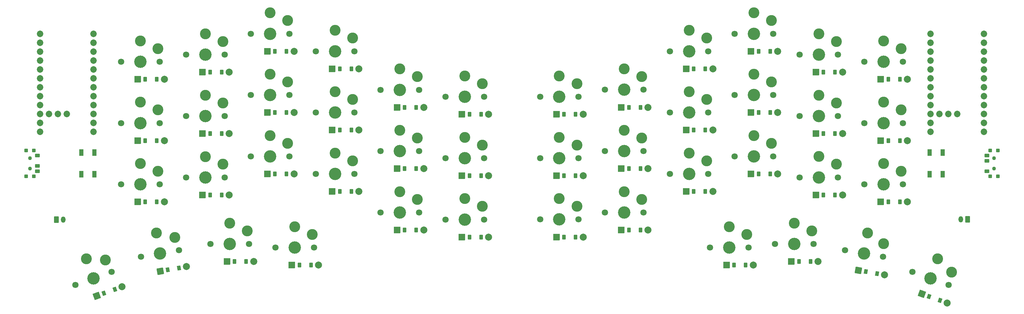
<source format=gbr>
%TF.GenerationSoftware,KiCad,Pcbnew,8.0.4*%
%TF.CreationDate,2024-08-22T13:40:17+01:00*%
%TF.ProjectId,TEST combine v2 left and right,54455354-2063-46f6-9d62-696e65207632,rev?*%
%TF.SameCoordinates,Original*%
%TF.FileFunction,Soldermask,Top*%
%TF.FilePolarity,Negative*%
%FSLAX46Y46*%
G04 Gerber Fmt 4.6, Leading zero omitted, Abs format (unit mm)*
G04 Created by KiCad (PCBNEW 8.0.4) date 2024-08-22 13:40:17*
%MOMM*%
%LPD*%
G01*
G04 APERTURE LIST*
G04 Aperture macros list*
%AMRoundRect*
0 Rectangle with rounded corners*
0 $1 Rounding radius*
0 $2 $3 $4 $5 $6 $7 $8 $9 X,Y pos of 4 corners*
0 Add a 4 corners polygon primitive as box body*
4,1,4,$2,$3,$4,$5,$6,$7,$8,$9,$2,$3,0*
0 Add four circle primitives for the rounded corners*
1,1,$1+$1,$2,$3*
1,1,$1+$1,$4,$5*
1,1,$1+$1,$6,$7*
1,1,$1+$1,$8,$9*
0 Add four rect primitives between the rounded corners*
20,1,$1+$1,$2,$3,$4,$5,0*
20,1,$1+$1,$4,$5,$6,$7,0*
20,1,$1+$1,$6,$7,$8,$9,0*
20,1,$1+$1,$8,$9,$2,$3,0*%
G04 Aperture macros list end*
%ADD10RoundRect,0.050000X-0.450000X0.450000X-0.450000X-0.450000X0.450000X-0.450000X0.450000X0.450000X0*%
%ADD11C,1.100000*%
%ADD12RoundRect,0.050000X-0.625000X0.450000X-0.625000X-0.450000X0.625000X-0.450000X0.625000X0.450000X0*%
%ADD13RoundRect,0.050000X-0.550000X0.900000X-0.550000X-0.900000X0.550000X-0.900000X0.550000X0.900000X0*%
%ADD14RoundRect,0.050000X-0.889000X-0.889000X0.889000X-0.889000X0.889000X0.889000X-0.889000X0.889000X0*%
%ADD15RoundRect,0.050000X-0.450000X-0.600000X0.450000X-0.600000X0.450000X0.600000X-0.450000X0.600000X0*%
%ADD16C,2.005000*%
%ADD17C,1.801800*%
%ADD18C,3.100000*%
%ADD19C,3.529000*%
%ADD20RoundRect,0.050000X-1.029867X-0.721121X0.721121X-1.029867X1.029867X0.721121X-0.721121X1.029867X0*%
%ADD21RoundRect,0.050000X-0.547352X-0.512743X0.338975X-0.669026X0.547352X0.512743X-0.338975X0.669026X0*%
%ADD22RoundRect,0.050000X-1.139443X-0.531331X0.531331X-1.139443X1.139443X0.531331X-0.531331X1.139443X0*%
%ADD23RoundRect,0.050000X-0.628074X-0.409907X0.217650X-0.717725X0.628074X0.409907X-0.217650X0.717725X0*%
%ADD24RoundRect,0.050000X0.600000X0.850000X-0.600000X0.850000X-0.600000X-0.850000X0.600000X-0.850000X0*%
%ADD25O,1.300000X1.800000*%
%ADD26C,1.852600*%
%ADD27RoundRect,0.050000X0.450000X-0.450000X0.450000X0.450000X-0.450000X0.450000X-0.450000X-0.450000X0*%
%ADD28RoundRect,0.050000X0.625000X-0.450000X0.625000X0.450000X-0.625000X0.450000X-0.625000X-0.450000X0*%
%ADD29RoundRect,0.050000X0.550000X-0.900000X0.550000X0.900000X-0.550000X0.900000X-0.550000X-0.900000X0*%
%ADD30RoundRect,0.050000X-0.721121X-1.029867X1.029867X-0.721121X0.721121X1.029867X-1.029867X0.721121X0*%
%ADD31RoundRect,0.050000X-0.338975X-0.669026X0.547352X-0.512743X0.338975X0.669026X-0.547352X0.512743X0*%
%ADD32RoundRect,0.050000X-0.531331X-1.139443X1.139443X-0.531331X0.531331X1.139443X-1.139443X0.531331X0*%
%ADD33RoundRect,0.050000X-0.217650X-0.717725X0.628074X-0.409907X0.217650X0.717725X-0.628074X0.409907X0*%
%ADD34RoundRect,0.050000X-0.600000X-0.850000X0.600000X-0.850000X0.600000X0.850000X-0.600000X0.850000X0*%
G04 APERTURE END LIST*
D10*
%TO.C,T1*%
X295500004Y-84999998D03*
X293300004Y-84999998D03*
D11*
X294400004Y-87199998D03*
X294400004Y-90199998D03*
D10*
X295500004Y-92399998D03*
X293300004Y-92399998D03*
D12*
X292325004Y-90949998D03*
X292325004Y-87949998D03*
X292325003Y-86449998D03*
%TD*%
D13*
%TO.C,B1*%
X279750001Y-85599998D03*
X279750001Y-91799998D03*
X276050001Y-85599998D03*
X276050001Y-91799998D03*
%TD*%
D14*
%TO.C,D18*%
X262090005Y-64700001D03*
D15*
X264250005Y-64699999D03*
X267550005Y-64700003D03*
D16*
X269710005Y-64700001D03*
%TD*%
D14*
%TO.C,D12*%
X225090001Y-56699999D03*
D15*
X227250001Y-56699997D03*
X230550001Y-56700001D03*
D16*
X232710001Y-56699999D03*
%TD*%
D17*
%TO.C,S12*%
X220400002Y-51699998D03*
D18*
X225900002Y-45749996D03*
D19*
X225900002Y-51699998D03*
D18*
X230900002Y-47949998D03*
D17*
X231400002Y-51699998D03*
%TD*%
D14*
%TO.C,D17*%
X262090005Y-82199999D03*
D15*
X264250005Y-82199997D03*
X267550005Y-82200001D03*
D16*
X269710005Y-82199999D03*
%TD*%
D17*
%TO.C,S7*%
X201900004Y-91700001D03*
D18*
X207400004Y-85749999D03*
D19*
X207400004Y-91700001D03*
D18*
X212400004Y-87950001D03*
D17*
X212900004Y-91700001D03*
%TD*%
D14*
%TO.C,D6*%
X188090002Y-72699999D03*
D15*
X190250002Y-72699997D03*
X193550002Y-72700001D03*
D16*
X195710002Y-72699999D03*
%TD*%
D14*
%TO.C,D13*%
X243590002Y-97699999D03*
D15*
X245750002Y-97699997D03*
X249050002Y-97700001D03*
D16*
X251210002Y-97699999D03*
%TD*%
D14*
%TO.C,D8*%
X206590002Y-79199998D03*
D15*
X208750002Y-79199996D03*
X212050002Y-79200000D03*
D16*
X214210002Y-79199998D03*
%TD*%
D17*
%TO.C,S14*%
X238900000Y-75200001D03*
D18*
X244400000Y-69249999D03*
D19*
X244400000Y-75200001D03*
D18*
X249400000Y-71450001D03*
D17*
X249900000Y-75200001D03*
%TD*%
%TO.C,S1*%
X164900006Y-104699999D03*
D18*
X170400006Y-98749997D03*
D19*
X170400006Y-104699999D03*
D18*
X175400006Y-100949999D03*
D17*
X175900006Y-104699999D03*
%TD*%
%TO.C,S15*%
X238900007Y-57700002D03*
D18*
X244400007Y-51750000D03*
D19*
X244400007Y-57700002D03*
D18*
X249400007Y-53950002D03*
D17*
X249900007Y-57700002D03*
%TD*%
%TO.C,S16*%
X257400003Y-94699998D03*
D18*
X262900003Y-88749996D03*
D19*
X262900003Y-94699998D03*
D18*
X267900003Y-90949998D03*
D17*
X268400003Y-94699998D03*
%TD*%
%TO.C,S10*%
X220400001Y-86699999D03*
D18*
X225900001Y-80749997D03*
D19*
X225900001Y-86699999D03*
D18*
X230900001Y-82949999D03*
D17*
X231400001Y-86699999D03*
%TD*%
D14*
%TO.C,D2*%
X169590001Y-92199998D03*
D15*
X171750001Y-92199996D03*
X175050001Y-92200000D03*
D16*
X177210001Y-92199998D03*
%TD*%
D14*
%TO.C,D7*%
X206590005Y-96700000D03*
D15*
X208750005Y-96699998D03*
X212050005Y-96700002D03*
D16*
X214210005Y-96700000D03*
%TD*%
D14*
%TO.C,D11*%
X225090007Y-74199999D03*
D15*
X227250007Y-74199997D03*
X230550007Y-74200001D03*
D16*
X232710007Y-74199999D03*
%TD*%
D20*
%TO.C,D21*%
X255660173Y-119182945D03*
D21*
X257787360Y-119558027D03*
X261037226Y-120131063D03*
D16*
X263164413Y-120506145D03*
%TD*%
D22*
%TO.C,D22*%
X273835814Y-125924482D03*
D23*
X275865550Y-126663247D03*
X278966536Y-127791911D03*
D16*
X280996272Y-128530676D03*
%TD*%
D17*
%TO.C,S3*%
X164900004Y-69700000D03*
D18*
X170400004Y-63749998D03*
D19*
X170400004Y-69700000D03*
D18*
X175400004Y-65950000D03*
D17*
X175900004Y-69700000D03*
%TD*%
D14*
%TO.C,D10*%
X225089999Y-91700002D03*
D15*
X227249999Y-91700000D03*
X230549999Y-91700004D03*
D16*
X232709999Y-91700002D03*
%TD*%
D17*
%TO.C,S19*%
X213400006Y-112699999D03*
D18*
X218900006Y-106749997D03*
D19*
X218900006Y-112699999D03*
D18*
X223900006Y-108949999D03*
D17*
X224400006Y-112699999D03*
%TD*%
%TO.C,S13*%
X238900004Y-92700000D03*
D18*
X244400004Y-86749998D03*
D19*
X244400004Y-92700000D03*
D18*
X249400004Y-88950000D03*
D17*
X249900004Y-92700000D03*
%TD*%
D14*
%TO.C,D3*%
X169590004Y-74699998D03*
D15*
X171750004Y-74699996D03*
X175050004Y-74700000D03*
D16*
X177210004Y-74699998D03*
%TD*%
D14*
%TO.C,D19*%
X218090006Y-117699999D03*
D15*
X220250006Y-117699997D03*
X223550006Y-117700001D03*
D16*
X225710006Y-117699999D03*
%TD*%
D14*
%TO.C,D9*%
X206590007Y-61699999D03*
D15*
X208750007Y-61699997D03*
X212050007Y-61700001D03*
D16*
X214210007Y-61699999D03*
%TD*%
D17*
%TO.C,S8*%
X201900003Y-74200001D03*
D18*
X207400003Y-68249999D03*
D19*
X207400003Y-74200001D03*
D18*
X212400003Y-70450001D03*
D17*
X212900003Y-74200001D03*
%TD*%
%TO.C,S2*%
X164900002Y-87199999D03*
D18*
X170400002Y-81249997D03*
D19*
X170400002Y-87199999D03*
D18*
X175400002Y-83449999D03*
D17*
X175900002Y-87199999D03*
%TD*%
%TO.C,S20*%
X231900005Y-111699999D03*
D18*
X237400005Y-105749997D03*
D19*
X237400005Y-111699999D03*
D18*
X242400005Y-107949999D03*
D17*
X242900005Y-111699999D03*
%TD*%
D24*
%TO.C,JST1*%
X286900005Y-104699999D03*
D25*
X284900005Y-104699999D03*
%TD*%
D14*
%TO.C,D1*%
X169590004Y-109699999D03*
D15*
X171750004Y-109699997D03*
X175050004Y-109700001D03*
D16*
X177210004Y-109699999D03*
%TD*%
D17*
%TO.C,S6*%
X183400005Y-67700001D03*
D18*
X188900005Y-61749999D03*
D19*
X188900005Y-67700001D03*
D18*
X193900005Y-63950001D03*
D17*
X194400005Y-67700001D03*
%TD*%
D14*
%TO.C,D14*%
X243590007Y-80199997D03*
D15*
X245750007Y-80199995D03*
X249050007Y-80199999D03*
D16*
X251210007Y-80199997D03*
%TD*%
D17*
%TO.C,S22*%
X271138755Y-119621945D03*
D18*
X278342084Y-115911885D03*
D19*
X276307064Y-121503056D03*
D18*
X282288103Y-119689309D03*
D17*
X281475373Y-123384167D03*
%TD*%
%TO.C,S17*%
X257400005Y-77199999D03*
D18*
X262900005Y-71249997D03*
D19*
X262900005Y-77199999D03*
D18*
X267900005Y-73449999D03*
D17*
X268400005Y-77199999D03*
%TD*%
%TO.C,S9*%
X201900000Y-56700000D03*
D18*
X207400000Y-50749998D03*
D19*
X207400000Y-56700000D03*
D18*
X212400000Y-52950000D03*
D17*
X212900000Y-56700000D03*
%TD*%
D14*
%TO.C,D16*%
X262090006Y-99700001D03*
D15*
X264250006Y-99699999D03*
X267550006Y-99700003D03*
D16*
X269710006Y-99700001D03*
%TD*%
D14*
%TO.C,D15*%
X243590004Y-62699997D03*
D15*
X245750004Y-62699995D03*
X249050004Y-62699999D03*
D16*
X251210004Y-62699997D03*
%TD*%
D17*
%TO.C,S21*%
X251909665Y-113444500D03*
D18*
X258359315Y-108539959D03*
D19*
X257326108Y-114399565D03*
D18*
X262901331Y-111574778D03*
D17*
X262742551Y-115354630D03*
%TD*%
%TO.C,S11*%
X220400006Y-69199997D03*
D18*
X225900006Y-63249995D03*
D19*
X225900006Y-69199997D03*
D18*
X230900006Y-65449997D03*
D17*
X231400006Y-69199997D03*
%TD*%
%TO.C,S18*%
X257400003Y-59700000D03*
D18*
X262900003Y-53749998D03*
D19*
X262900003Y-59700000D03*
D18*
X267900003Y-55950000D03*
D17*
X268400003Y-59700000D03*
%TD*%
D26*
%TO.C,MCU1*%
X291520000Y-51730004D03*
X291520000Y-54270001D03*
X291520000Y-56810001D03*
X291520000Y-59350001D03*
X291520000Y-61890001D03*
X291520000Y-64430001D03*
X291520000Y-66970001D03*
X291520000Y-69510001D03*
X291519996Y-72050001D03*
X291520000Y-74590001D03*
X291520000Y-77130001D03*
X291520000Y-79670001D03*
X276280000Y-79669998D03*
X276280000Y-77130001D03*
X276280000Y-74590001D03*
X276280000Y-72050001D03*
X276280000Y-69510001D03*
X276280000Y-66970001D03*
X276280000Y-64430001D03*
X276280000Y-61890001D03*
X276280004Y-59350001D03*
X276280000Y-56810001D03*
X276280000Y-54270001D03*
X276280000Y-51730001D03*
X278820002Y-74590000D03*
X281360000Y-74590001D03*
X283900000Y-74590001D03*
%TD*%
D14*
%TO.C,D4*%
X188089998Y-107700000D03*
D15*
X190249998Y-107699998D03*
X193549998Y-107700002D03*
D16*
X195709998Y-107700000D03*
%TD*%
D14*
%TO.C,D20*%
X236590004Y-116700001D03*
D15*
X238750004Y-116699999D03*
X242050004Y-116700003D03*
D16*
X244210004Y-116700001D03*
%TD*%
D17*
%TO.C,S4*%
X183400005Y-102700002D03*
D18*
X188900005Y-96750000D03*
D19*
X188900005Y-102700002D03*
D18*
X193900005Y-98950002D03*
D17*
X194400005Y-102700002D03*
%TD*%
D14*
%TO.C,D5*%
X188090008Y-90200002D03*
D15*
X190250008Y-90200000D03*
X193550008Y-90200004D03*
D16*
X195710008Y-90200002D03*
%TD*%
D17*
%TO.C,S5*%
X183400004Y-85200000D03*
D18*
X188900004Y-79249998D03*
D19*
X188900004Y-85200000D03*
D18*
X193900004Y-81450000D03*
D17*
X194400004Y-85200000D03*
%TD*%
D27*
%TO.C,T1*%
X18301796Y-92401793D03*
X20501796Y-92401793D03*
D11*
X19401796Y-90201793D03*
X19401796Y-87201793D03*
D27*
X18301796Y-85001793D03*
X20501796Y-85001793D03*
D28*
X21476797Y-86451793D03*
X21476796Y-89451793D03*
X21476796Y-90951793D03*
%TD*%
D29*
%TO.C,B1*%
X34051797Y-91801793D03*
X34051797Y-85601793D03*
X37751797Y-91801793D03*
X37751797Y-85601793D03*
%TD*%
D17*
%TO.C,S19*%
X89401796Y-112701793D03*
D18*
X94901796Y-106751792D03*
D19*
X94901796Y-112701793D03*
D18*
X99901797Y-108951793D03*
D17*
X100401796Y-112701793D03*
%TD*%
D14*
%TO.C,D7*%
X105591795Y-96701795D03*
D15*
X107751795Y-96701796D03*
X111051795Y-96701794D03*
D16*
X113211795Y-96701795D03*
%TD*%
D17*
%TO.C,S15*%
X63901795Y-57701794D03*
D18*
X69401795Y-51751793D03*
D19*
X69401795Y-57701794D03*
D18*
X74401796Y-53951794D03*
D17*
X74901795Y-57701794D03*
%TD*%
D14*
%TO.C,D3*%
X142591795Y-74701795D03*
D15*
X144751795Y-74701796D03*
X148051795Y-74701794D03*
D16*
X150211795Y-74701795D03*
%TD*%
D14*
%TO.C,D12*%
X87091797Y-56701795D03*
D15*
X89251797Y-56701796D03*
X92551797Y-56701794D03*
D16*
X94711797Y-56701795D03*
%TD*%
D17*
%TO.C,S21*%
X51059250Y-115356423D03*
D18*
X55442486Y-108541752D03*
D19*
X56475693Y-114401358D03*
D18*
X60748552Y-109840088D03*
D17*
X61892136Y-113446293D03*
%TD*%
D14*
%TO.C,D18*%
X50091796Y-64701795D03*
D15*
X52251796Y-64701796D03*
X55551796Y-64701794D03*
D16*
X57711796Y-64701795D03*
%TD*%
D17*
%TO.C,S2*%
X137901796Y-87201795D03*
D18*
X143401796Y-81251794D03*
D19*
X143401796Y-87201795D03*
D18*
X148401797Y-83451795D03*
D17*
X148901796Y-87201795D03*
%TD*%
%TO.C,S6*%
X119401796Y-67701794D03*
D18*
X124901796Y-61751793D03*
D19*
X124901796Y-67701794D03*
D18*
X129901797Y-63951794D03*
D17*
X130401796Y-67701794D03*
%TD*%
D14*
%TO.C,D2*%
X142591797Y-92201794D03*
D15*
X144751797Y-92201795D03*
X148051797Y-92201793D03*
D16*
X150211797Y-92201794D03*
%TD*%
D14*
%TO.C,D17*%
X50091797Y-82201793D03*
D15*
X52251797Y-82201794D03*
X55551797Y-82201792D03*
D16*
X57711797Y-82201793D03*
%TD*%
D17*
%TO.C,S8*%
X100901796Y-74201794D03*
D18*
X106401796Y-68251793D03*
D19*
X106401796Y-74201794D03*
D18*
X111401797Y-70451794D03*
D17*
X111901796Y-74201794D03*
%TD*%
D14*
%TO.C,D15*%
X68591796Y-62701795D03*
D15*
X70751796Y-62701796D03*
X74051796Y-62701794D03*
D16*
X76211796Y-62701795D03*
%TD*%
D14*
%TO.C,D9*%
X105591796Y-61701795D03*
D15*
X107751796Y-61701796D03*
X111051796Y-61701794D03*
D16*
X113211796Y-61701795D03*
%TD*%
D14*
%TO.C,D16*%
X50091796Y-99701796D03*
D15*
X52251796Y-99701797D03*
X55551796Y-99701795D03*
D16*
X57711796Y-99701796D03*
%TD*%
D17*
%TO.C,S1*%
X137901797Y-104701794D03*
D18*
X143401797Y-98751793D03*
D19*
X143401797Y-104701794D03*
D18*
X148401798Y-100951794D03*
D17*
X148901797Y-104701794D03*
%TD*%
%TO.C,S16*%
X45401796Y-94701795D03*
D18*
X50901796Y-88751794D03*
D19*
X50901796Y-94701795D03*
D18*
X55901797Y-90951795D03*
D17*
X56401796Y-94701795D03*
%TD*%
%TO.C,S14*%
X63901796Y-75201795D03*
D18*
X69401796Y-69251794D03*
D19*
X69401796Y-75201795D03*
D18*
X74401797Y-71451795D03*
D17*
X74901796Y-75201795D03*
%TD*%
%TO.C,S11*%
X82401796Y-69201794D03*
D18*
X87901796Y-63251793D03*
D19*
X87901796Y-69201794D03*
D18*
X92901797Y-65451794D03*
D17*
X93401796Y-69201794D03*
%TD*%
%TO.C,S10*%
X82401797Y-86701795D03*
D18*
X87901797Y-80751794D03*
D19*
X87901797Y-86701795D03*
D18*
X92901798Y-82951795D03*
D17*
X93401797Y-86701795D03*
%TD*%
D14*
%TO.C,D1*%
X142591796Y-109701796D03*
D15*
X144751796Y-109701797D03*
X148051796Y-109701795D03*
D16*
X150211796Y-109701796D03*
%TD*%
D17*
%TO.C,S7*%
X100901797Y-91701794D03*
D18*
X106401797Y-85751793D03*
D19*
X106401797Y-91701794D03*
D18*
X111401798Y-87951794D03*
D17*
X111901797Y-91701794D03*
%TD*%
%TO.C,S13*%
X63901796Y-92701794D03*
D18*
X69401796Y-86751793D03*
D19*
X69401796Y-92701794D03*
D18*
X74401797Y-88951794D03*
D17*
X74901796Y-92701794D03*
%TD*%
%TO.C,S9*%
X100901797Y-56701794D03*
D18*
X106401797Y-50751793D03*
D19*
X106401797Y-56701794D03*
D18*
X111401798Y-52951794D03*
D17*
X111901797Y-56701794D03*
%TD*%
%TO.C,S17*%
X45401796Y-77201795D03*
D18*
X50901796Y-71251794D03*
D19*
X50901796Y-77201795D03*
D18*
X55901797Y-73451795D03*
D17*
X56401796Y-77201795D03*
%TD*%
%TO.C,S18*%
X45401796Y-59701794D03*
D18*
X50901796Y-53751793D03*
D19*
X50901796Y-59701794D03*
D18*
X55901797Y-55951794D03*
D17*
X56401796Y-59701794D03*
%TD*%
D14*
%TO.C,D4*%
X124091796Y-107701795D03*
D15*
X126251796Y-107701796D03*
X129551796Y-107701794D03*
D16*
X131711796Y-107701795D03*
%TD*%
D17*
%TO.C,S3*%
X137901795Y-69701794D03*
D18*
X143401795Y-63751793D03*
D19*
X143401795Y-69701794D03*
D18*
X148401796Y-65951794D03*
D17*
X148901795Y-69701794D03*
%TD*%
D30*
%TO.C,D21*%
X56546238Y-119466053D03*
D31*
X58673424Y-119090971D03*
X61923290Y-118517935D03*
D16*
X64050476Y-118142853D03*
%TD*%
D14*
%TO.C,D5*%
X124091794Y-90201795D03*
D15*
X126251794Y-90201796D03*
X129551794Y-90201794D03*
D16*
X131711794Y-90201795D03*
%TD*%
D14*
%TO.C,D13*%
X68591797Y-97701796D03*
D15*
X70751797Y-97701797D03*
X74051797Y-97701795D03*
D16*
X76211797Y-97701796D03*
%TD*%
D32*
%TO.C,D22*%
X38443683Y-126480349D03*
D33*
X40473419Y-125741584D03*
X43574405Y-124612920D03*
D16*
X45604141Y-123874155D03*
%TD*%
D17*
%TO.C,S5*%
X119401796Y-85201794D03*
D18*
X124901796Y-79251793D03*
D19*
X124901796Y-85201794D03*
D18*
X129901797Y-81451794D03*
D17*
X130401796Y-85201794D03*
%TD*%
%TO.C,S22*%
X32326425Y-123385960D03*
D18*
X35459714Y-115913678D03*
D19*
X37494734Y-121504849D03*
D18*
X40910622Y-116270901D03*
D17*
X42663043Y-119623738D03*
%TD*%
D14*
%TO.C,D6*%
X124091797Y-72701795D03*
D15*
X126251797Y-72701796D03*
X129551797Y-72701794D03*
D16*
X131711797Y-72701795D03*
%TD*%
D26*
%TO.C,MCU1*%
X22281796Y-51731796D03*
X22281796Y-54271795D03*
X22281796Y-56811795D03*
X22281796Y-59351795D03*
X22281796Y-61891795D03*
X22281796Y-64431795D03*
X22281796Y-66971795D03*
X22281796Y-69511795D03*
X22281797Y-72051795D03*
X22281796Y-74591795D03*
X22281796Y-77131795D03*
X22281796Y-79671795D03*
X37521796Y-79671794D03*
X37521796Y-77131795D03*
X37521796Y-74591795D03*
X37521796Y-72051795D03*
X37521796Y-69511795D03*
X37521796Y-66971795D03*
X37521796Y-64431795D03*
X37521796Y-61891795D03*
X37521795Y-59351795D03*
X37521796Y-56811795D03*
X37521796Y-54271795D03*
X37521796Y-51731795D03*
X24821796Y-74591795D03*
X27361796Y-74591795D03*
X29901796Y-74591795D03*
%TD*%
D14*
%TO.C,D20*%
X75591796Y-116701794D03*
D15*
X77751796Y-116701795D03*
X81051796Y-116701793D03*
D16*
X83211796Y-116701794D03*
%TD*%
D17*
%TO.C,S12*%
X82401797Y-51701795D03*
D18*
X87901797Y-45751794D03*
D19*
X87901797Y-51701795D03*
D18*
X92901798Y-47951795D03*
D17*
X93401797Y-51701795D03*
%TD*%
D14*
%TO.C,D14*%
X68591795Y-80201794D03*
D15*
X70751795Y-80201795D03*
X74051795Y-80201793D03*
D16*
X76211795Y-80201794D03*
%TD*%
D14*
%TO.C,D10*%
X87091795Y-91701795D03*
D15*
X89251795Y-91701796D03*
X92551795Y-91701794D03*
D16*
X94711795Y-91701795D03*
%TD*%
D17*
%TO.C,S4*%
X119401794Y-102701796D03*
D18*
X124901794Y-96751795D03*
D19*
X124901794Y-102701796D03*
D18*
X129901795Y-98951796D03*
D17*
X130401794Y-102701796D03*
%TD*%
D14*
%TO.C,D19*%
X94091794Y-117701795D03*
D15*
X96251794Y-117701796D03*
X99551794Y-117701794D03*
D16*
X101711794Y-117701795D03*
%TD*%
D14*
%TO.C,D8*%
X105591797Y-79201794D03*
D15*
X107751797Y-79201795D03*
X111051797Y-79201793D03*
D16*
X113211797Y-79201794D03*
%TD*%
D17*
%TO.C,S20*%
X70901796Y-111701794D03*
D18*
X76401796Y-105751793D03*
D19*
X76401796Y-111701794D03*
D18*
X81401797Y-107951794D03*
D17*
X81901796Y-111701794D03*
%TD*%
D14*
%TO.C,D11*%
X87091796Y-74201794D03*
D15*
X89251796Y-74201795D03*
X92551796Y-74201793D03*
D16*
X94711796Y-74201794D03*
%TD*%
D34*
%TO.C,JST1*%
X26901796Y-104701794D03*
D25*
X28901796Y-104701794D03*
%TD*%
M02*

</source>
